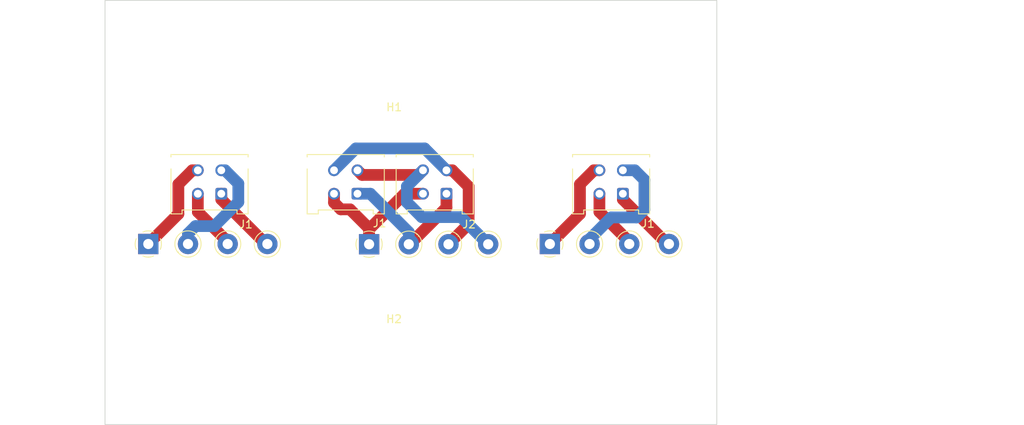
<source format=kicad_pcb>
(kicad_pcb (version 20211014) (generator pcbnew)
  (layers (0 "F.Cu" signal) (31 "B.Cu" signal) (34 "B.Paste" user) (35 "F.Paste" user) (36 "B.SilkS" user "B.Silkscreen") (37 "F.SilkS" user "F.Silkscreen") (38 "B.Mask" user) (39 "F.Mask" user) (44 "Edge.Cuts" user))
  (net 0 "")
  (net 1 "c1")
  (net 2 "b1")
  (net 3 "b2")
  (net 4 "b3")
  (net 5 "b4")
  (net 6 "a1")
  (net 7 "a2")
  (net 8 "a3")
  (net 9 "a4")
  (net 10 "c4")
  (net 11 "c3")
  (net 12 "c2")
  (footprint "Connector_Molex:Molex_Micro-Fit_3.0_43045-0412_2x02_P3.00mm_Vertical" (layer "F.Cu") (at 140.21 88.654339 180)
    (fp_text reference "J2" (at -2.9 -3.925661) (layer "F.SilkS"))
    (fp_text value "Molex_Micro-Fit_3.0_43045-0412_2x02_P3.00mm_Vertical")
    (fp_line (start 6.435 5.01) (end 6.435 4.7) (layer "F.SilkS") (width 0.12))
    (fp_line (start -2.015 -2.08) (end 5.015 -2.08) (layer "F.SilkS") (width 0.12))
    (fp_line (start -3.435 -2.58) (end -2.015 -2.58) (layer "F.SilkS") (width 0.12))
    (fp_line (start -2.015 -2.58) (end -2.015 -2.08) (layer "F.SilkS") (width 0.12))
    (fp_line (start -3.435 3.18) (end -3.435 -2.58) (layer "F.SilkS") (width 0.12))
    (fp_line (start 5.015 -2.08) (end 5.015 -2.58) (layer "F.SilkS") (width 0.12))
    (fp_line (start 5.015 -2.58) (end 6.435 -2.58) (layer "F.SilkS") (width 0.12))
    (fp_line (start -3.435 5.01) (end 6.435 5.01) (layer "F.SilkS") (width 0.12))
    (fp_line (start -3.435 4.7) (end -3.435 5.01) (layer "F.SilkS") (width 0.12))
    (fp_line (start 6.435 -2.58) (end 6.435 3.18) (layer "F.SilkS") (width 0.12))
    (pad "" np_thru_hole circle (at 6 3.94 180) (size 1 1) (drill 1) (layers F&B.Cu *.Mask))
    (pad "" np_thru_hole circle (at -3 3.94 180) (size 1 1) (drill 1) (layers F&B.Cu *.Mask))
    (pad "1" thru_hole roundrect (at 0 0 180) (size 1.5 1.5) (drill 1) (layers *.Cu *.Mask) (roundrect_rratio 0.1666673333) (net 3 "b2"))
    (pad "2" thru_hole circle (at 3 0 180) (size 1.5 1.5) (drill 1) (layers *.Cu *.Mask) (net 2 "b1"))
    (pad "3" thru_hole circle (at 0 3 180) (size 1.5 1.5) (drill 1) (layers *.Cu *.Mask) (net 4 "b3"))
    (pad "4" thru_hole circle (at 3 3 180) (size 1.5 1.5) (drill 1) (layers *.Cu *.Mask) (net 5 "b4"))
  )
  (footprint "Connector_Molex:Molex_Micro-Fit_3.0_43045-0412_2x02_P3.00mm_Vertical" (layer "F.Cu") (at 162.789339 88.654339 180)
    (fp_text reference "J1" (at -3.210661 -3.835661) (layer "F.SilkS"))
    (fp_text value "Molex_Micro-Fit_3.0_43045-0412_2x02_P3.00mm_Vertical")
    (fp_line (start -2.015 -2.58) (end -2.015 -2.08) (layer "F.SilkS") (width 0.12))
    (fp_line (start 5.015 -2.58) (end 6.435 -2.58) (layer "F.SilkS") (width 0.12))
    (fp_line (start -3.435 4.7) (end -3.435 5.01) (layer "F.SilkS") (width 0.12))
    (fp_line (start -3.435 3.18) (end -3.435 -2.58) (layer "F.SilkS") (width 0.12))
    (fp_line (start 6.435 -2.58) (end 6.435 3.18) (layer "F.SilkS") (width 0.12))
    (fp_line (start -3.435 -2.58) (end -2.015 -2.58) (layer "F.SilkS") (width 0.12))
    (fp_line (start 6.435 5.01) (end 6.435 4.7) (layer "F.SilkS") (width 0.12))
    (fp_line (start -2.015 -2.08) (end 5.015 -2.08) (layer "F.SilkS") (width 0.12))
    (fp_line (start 5.015 -2.08) (end 5.015 -2.58) (layer "F.SilkS") (width 0.12))
    (fp_line (start -3.435 5.01) (end 6.435 5.01) (layer "F.SilkS") (width 0.12))
    (pad "" np_thru_hole circle (at -3 3.94 180) (size 1 1) (drill 1) (layers F&B.Cu *.Mask))
    (pad "" np_thru_hole circle (at 6 3.94 180) (size 1 1) (drill 1) (layers F&B.Cu *.Mask))
    (pad "1" thru_hole roundrect (at 0 0 180) (size 1.5 1.5) (drill 1) (layers *.Cu *.Mask) (roundrect_rratio 0.1666673333) (net 1 "c1"))
    (pad "2" thru_hole circle (at 3 0 180) (size 1.5 1.5) (drill 1) (layers *.Cu *.Mask) (net 12 "c2"))
    (pad "3" thru_hole circle (at 0 3 180) (size 1.5 1.5) (drill 1) (layers *.Cu *.Mask) (net 11 "c3"))
    (pad "4" thru_hole circle (at 3 3 180) (size 1.5 1.5) (drill 1) (layers *.Cu *.Mask) (net 10 "c4"))
  )
  (footprint "TerminalBlock_Phoenix:TerminalBlock_Phoenix_MKDS-1,5-4-5.08_1x04_P5.08mm_Horizontal" (layer "F.Cu") (at 153.449339 95.089339)
    (fp_text reference "J1" hide)
    (fp_text value "TerminalBlock_Phoenix_MKDS-1,5-4-5.08_1x04_P5.08mm_Horizontal")
    (fp_line (start 8.933 1.023) (end 8.886 1.069) (layer "F.SilkS") (width 0.12))
    (fp_line (start 6.15 -1.275) (end 6.115 -1.239) (layer "F.SilkS") (width 0.12))
    (fp_line (start 6.355 -1.069) (end 6.308 -1.023) (layer "F.SilkS") (width 0.12))
    (fp_line (start 14.206 1.239) (end 14.171 1.274) (layer "F.SilkS") (width 0.12))
    (fp_line (start 4.046 1.239) (end 4.011 1.274) (layer "F.SilkS") (width 0.12))
    (fp_line (start 16.31 -1.275) (end 16.275 -1.239) (layer "F.SilkS") (width 0.12))
    (fp_line (start 16.515 -1.069) (end 16.468 -1.023) (layer "F.SilkS") (width 0.12))
    (fp_line (start 9.126 1.239) (end 9.091 1.274) (layer "F.SilkS") (width 0.12))
    (fp_line (start 14.013 1.023) (end 13.966 1.069) (layer "F.SilkS") (width 0.12))
    (fp_line (start 11.435 -1.069) (end 11.388 -1.023) (layer "F.SilkS") (width 0.12))
    (fp_line (start 11.23 -1.275) (end 11.195 -1.239) (layer "F.SilkS") (width 0.12))
    (fp_line (start 3.853 1.023) (end 3.806 1.069) (layer "F.SilkS") (width 0.12))
    (fp_arc (start -0.683042 -1.535427) (mid 0.000524 -1.680501) (end 0.684 -1.535) (layer "F.SilkS") (width 0.12))
    (fp_arc (start -1.535427 0.683042) (mid -1.680501 -0.000524) (end -1.535 -0.684) (layer "F.SilkS") (width 0.12))
    (fp_arc (start 1.535427 -0.683042) (mid 1.680501 0.000524) (end 1.535 0.684) (layer "F.SilkS") (width 0.12))
    (fp_arc (start 0.028805 1.680253) (mid -0.335551 1.646659) (end -0.684 1.535) (layer "F.SilkS") (width 0.12))
    (fp_arc (start 0.683318 1.534756) (mid 0.349292 1.643288) (end 0 1.68) (layer "F.SilkS") (width 0.12))
    (fp_circle (center 15.24 0) (end 16.92 0) (layer "F.SilkS") (width 0.12) (fill none))
    (fp_circle (center 10.16 0) (end 11.84 0) (layer "F.SilkS") (width 0.12) (fill none))
    (fp_circle (center 5.08 0) (end 6.76 0) (layer "F.SilkS") (width 0.12) (fill none))
    (pad "1" thru_hole rect (at 0 0) (size 2.6 2.6) (drill 1.3) (layers *.Cu *.Mask) (net 10 "c4"))
    (pad "2" thru_hole circle (at 5.08 0) (size 2.6 2.6) (drill 1.3) (layers *.Cu *.Mask) (net 11 "c3"))
    (pad "3" thru_hole circle (at 10.16 0) (size 2.6 2.6) (drill 1.3) (layers *.Cu *.Mask) (net 12 "c2"))
    (pad "4" thru_hole circle (at 15.24 0) (size 2.6 2.6) (drill 1.3) (layers *.Cu *.Mask) (net 1 "c1"))
  )
  (footprint "TerminalBlock_Phoenix:TerminalBlock_Phoenix_MKDS-1,5-4-5.08_1x04_P5.08mm_Horizontal" (layer "F.Cu") (at 102.049339 95.089339)
    (fp_text reference "J1" hide)
    (fp_text value "TerminalBlock_Phoenix_MKDS-1,5-4-5.08_1x04_P5.08mm_Horizontal")
    (fp_line (start 14.206 1.239) (end 14.171 1.274) (layer "F.SilkS") (width 0.12))
    (fp_line (start 16.515 -1.069) (end 16.468 -1.023) (layer "F.SilkS") (width 0.12))
    (fp_line (start 14.013 1.023) (end 13.966 1.069) (layer "F.SilkS") (width 0.12))
    (fp_line (start 16.31 -1.275) (end 16.275 -1.239) (layer "F.SilkS") (width 0.12))
    (fp_line (start 11.23 -1.275) (end 11.195 -1.239) (layer "F.SilkS") (width 0.12))
    (fp_line (start 6.355 -1.069) (end 6.308 -1.023) (layer "F.SilkS") (width 0.12))
    (fp_line (start 3.853 1.023) (end 3.806 1.069) (layer "F.SilkS") (width 0.12))
    (fp_line (start 6.15 -1.275) (end 6.115 -1.239) (layer "F.SilkS") (width 0.12))
    (fp_line (start 4.046 1.239) (end 4.011 1.274) (layer "F.SilkS") (width 0.12))
    (fp_line (start 11.435 -1.069) (end 11.388 -1.023) (layer "F.SilkS") (width 0.12))
    (fp_line (start 9.126 1.239) (end 9.091 1.274) (layer "F.SilkS") (width 0.12))
    (fp_line (start 8.933 1.023) (end 8.886 1.069) (layer "F.SilkS") (width 0.12))
    (fp_arc (start -1.535427 0.683042) (mid -1.680501 -0.000524) (end -1.535 -0.684) (layer "F.SilkS") (width 0.12))
    (fp_arc (start 0.028805 1.680253) (mid -0.335551 1.646659) (end -0.684 1.535) (layer "F.SilkS") (width 0.12))
    (fp_arc (start -0.683042 -1.535427) (mid 0.000524 -1.680501) (end 0.684 -1.535) (layer "F.SilkS") (width 0.12))
    (fp_arc (start 1.535427 -0.683042) (mid 1.680501 0.000524) (end 1.535 0.684) (layer "F.SilkS") (width 0.12))
    (fp_arc (start 0.683318 1.534756) (mid 0.349292 1.643288) (end 0 1.68) (layer "F.SilkS") (width 0.12))
    (fp_circle (center 15.24 0) (end 16.92 0) (layer "F.SilkS") (width 0.12) (fill none))
    (fp_circle (center 10.16 0) (end 11.84 0) (layer "F.SilkS") (width 0.12) (fill none))
    (fp_circle (center 5.08 0) (end 6.76 0) (layer "F.SilkS") (width 0.12) (fill none))
    (pad "1" thru_hole rect (at 0 0) (size 2.6 2.6) (drill 1.3) (layers *.Cu *.Mask) (net 9 "a4"))
    (pad "2" thru_hole circle (at 5.08 0) (size 2.6 2.6) (drill 1.3) (layers *.Cu *.Mask) (net 8 "a3"))
    (pad "3" thru_hole circle (at 10.16 0) (size 2.6 2.6) (drill 1.3) (layers *.Cu *.Mask) (net 7 "a2"))
    (pad "4" thru_hole circle (at 15.24 0) (size 2.6 2.6) (drill 1.3) (layers *.Cu *.Mask) (net 6 "a1"))
  )
  (footprint "MountingHole:MountingHole_5mm" (layer "F.Cu") (at 133.5 71)
    (fp_text reference "H1" (at 0.01 6.58) (layer "F.SilkS"))
    (fp_text value "MountingHole_5mm")
    (pad "" np_thru_hole circle (at 0 0) (size 5 5) (drill 5) (layers F&B.Cu *.Mask))
  )
  (footprint "Connector_Molex:Molex_Micro-Fit_3.0_43045-0412_2x02_P3.00mm_Vertical" (layer "F.Cu") (at 128.82 88.654339 180)
    (fp_text reference "J1" (at -2.83 -3.785661) (layer "F.SilkS"))
    (fp_text value "Molex_Micro-Fit_3.0_43045-0412_2x02_P3.00mm_Vertical")
    (fp_line (start -3.435 3.18) (end -3.435 -2.58) (layer "F.SilkS") (width 0.12))
    (fp_line (start 5.015 -2.58) (end 6.435 -2.58) (layer "F.SilkS") (width 0.12))
    (fp_line (start -2.015 -2.58) (end -2.015 -2.08) (layer "F.SilkS") (width 0.12))
    (fp_line (start 6.435 5.01) (end 6.435 4.7) (layer "F.SilkS") (width 0.12))
    (fp_line (start -3.435 4.7) (end -3.435 5.01) (layer "F.SilkS") (width 0.12))
    (fp_line (start -2.015 -2.08) (end 5.015 -2.08) (layer "F.SilkS") (width 0.12))
    (fp_line (start 5.015 -2.08) (end 5.015 -2.58) (layer "F.SilkS") (width 0.12))
    (fp_line (start -3.435 5.01) (end 6.435 5.01) (layer "F.SilkS") (width 0.12))
    (fp_line (start 6.435 -2.58) (end 6.435 3.18) (layer "F.SilkS") (width 0.12))
    (fp_line (start -3.435 -2.58) (end -2.015 -2.58) (layer "F.SilkS") (width 0.12))
    (pad "" np_thru_hole circle (at -3 3.94 180) (size 1 1) (drill 1) (layers F&B.Cu *.Mask))
    (pad "" np_thru_hole circle (at 6 3.94 180) (size 1 1) (drill 1) (layers F&B.Cu *.Mask))
    (pad "1" thru_hole roundrect (at 0 0 180) (size 1.5 1.5) (drill 1) (layers *.Cu *.Mask) (roundrect_rratio 0.1666673333) (net 3 "b2"))
    (pad "2" thru_hole circle (at 3 0 180) (size 1.5 1.5) (drill 1) (layers *.Cu *.Mask) (net 2 "b1"))
    (pad "3" thru_hole circle (at 0 3 180) (size 1.5 1.5) (drill 1) (layers *.Cu *.Mask) (net 5 "b4"))
    (pad "4" thru_hole circle (at 3 3 180) (size 1.5 1.5) (drill 1) (layers *.Cu *.Mask) (net 4 "b3"))
  )
  (footprint "TerminalBlock_Phoenix:TerminalBlock_Phoenix_MKDS-1,5-4-5.08_1x04_P5.08mm_Horizontal" (layer "F.Cu") (at 130.31 95.119338)
    (fp_text reference "J1" hide)
    (fp_text value "TerminalBlock_Phoenix_MKDS-1,5-4-5.08_1x04_P5.08mm_Horizontal")
    (fp_line (start 16.31 -1.275) (end 16.275 -1.239) (layer "F.SilkS") (width 0.12))
    (fp_line (start 9.126 1.239) (end 9.091 1.274) (layer "F.SilkS") (width 0.12))
    (fp_line (start 3.853 1.023) (end 3.806 1.069) (layer "F.SilkS") (width 0.12))
    (fp_line (start 6.355 -1.069) (end 6.308 -1.023) (layer "F.SilkS") (width 0.12))
    (fp_line (start 4.046 1.239) (end 4.011 1.274) (layer "F.SilkS") (width 0.12))
    (fp_line (start 16.515 -1.069) (end 16.468 -1.023) (layer "F.SilkS") (width 0.12))
    (fp_line (start 6.15 -1.275) (end 6.115 -1.239) (layer "F.SilkS") (width 0.12))
    (fp_line (start 8.933 1.023) (end 8.886 1.069) (layer "F.SilkS") (width 0.12))
    (fp_line (start 14.013 1.023) (end 13.966 1.069) (layer "F.SilkS") (width 0.12))
    (fp_line (start 14.206 1.239) (end 14.171 1.274) (layer "F.SilkS") (width 0.12))
    (fp_line (start 11.435 -1.069) (end 11.388 -1.023) (layer "F.SilkS") (width 0.12))
    (fp_line (start 11.23 -1.275) (end 11.195 -1.239) (layer "F.SilkS") (width 0.12))
    (fp_arc (start 1.535427 -0.683042) (mid 1.680501 0.000524) (end 1.535 0.684) (layer "F.SilkS") (width 0.12))
    (fp_arc (start -1.535427 0.683042) (mid -1.680501 -0.000524) (end -1.535 -0.684) (layer "F.SilkS") (width 0.12))
    (fp_arc (start -0.683042 -1.535427) (mid 0.000524 -1.680501) (end 0.684 -1.535) (layer "F.SilkS") (width 0.12))
    (fp_arc (start 0.028805 1.680253) (mid -0.335551 1.646659) (end -0.684 1.535) (layer "F.SilkS") (width 0.12))
    (fp_arc (start 0.683318 1.534756) (mid 0.349292 1.643288) (end 0 1.68) (layer "F.SilkS") (width 0.12))
    (fp_circle (center 5.08 0) (end 6.76 0) (layer "F.SilkS") (width 0.12) (fill none))
    (fp_circle (center 15.24 0) (end 16.92 0) (layer "F.SilkS") (width 0.12) (fill none))
    (fp_circle (center 10.16 0) (end 11.84 0) (layer "F.SilkS") (width 0.12) (fill none))
    (pad "1" thru_hole rect (at 0 0) (size 2.6 2.6) (drill 1.3) (layers *.Cu *.Mask) (net 2 "b1"))
    (pad "2" thru_hole circle (at 5.08 0) (size 2.6 2.6) (drill 1.3) (layers *.Cu *.Mask) (net 3 "b2"))
    (pad "3" thru_hole circle (at 10.16 0) (size 2.6 2.6) (drill 1.3) (layers *.Cu *.Mask) (net 4 "b3"))
    (pad "4" thru_hole circle (at 15.24 0) (size 2.6 2.6) (drill 1.3) (layers *.Cu *.Mask) (net 5 "b4"))
  )
  (footprint "MountingHole:MountingHole_5mm" (layer "F.Cu") (at 133.5 111)
    (fp_text reference "H2" (at 0 -6.3) (layer "F.SilkS"))
    (fp_text value "MountingHole_5mm")
    (pad "" np_thru_hole circle (at 0 0) (size 5 5) (drill 5) (layers *.Cu *.Mask))
  )
  (footprint "Connector_Molex:Molex_Micro-Fit_3.0_43045-0412_2x02_P3.00mm_Vertical" (layer "F.Cu") (at 111.389339 88.654339 180)
    (fp_text reference "J1" (at -3.150661 -3.925661) (layer "F.SilkS"))
    (fp_text value "Molex_Micro-Fit_3.0_43045-0412_2x02_P3.00mm_Vertical")
    (fp_line (start 6.435 5.01) (end 6.435 4.7) (layer "F.SilkS") (width 0.12))
    (fp_line (start 6.435 -2.58) (end 6.435 3.18) (layer "F.SilkS") (width 0.12))
    (fp_line (start -3.435 -2.58) (end -2.015 -2.58) (layer "F.SilkS") (width 0.12))
    (fp_line (start -2.015 -2.58) (end -2.015 -2.08) (layer "F.SilkS") (width 0.12))
    (fp_line (start -3.435 3.18) (end -3.435 -2.58) (layer "F.SilkS") (width 0.12))
    (fp_line (start 5.015 -2.58) (end 6.435 -2.58) (layer "F.SilkS") (width 0.12))
    (fp_line (start -2.015 -2.08) (end 5.015 -2.08) (layer "F.SilkS") (width 0.12))
    (fp_line (start -3.435 4.7) (end -3.435 5.01) (layer "F.SilkS") (width 0.12))
    (fp_line (start -3.435 5.01) (end 6.435 5.01) (layer "F.SilkS") (width 0.12))
    (fp_line (start 5.015 -2.08) (end 5.015 -2.58) (layer "F.SilkS") (width 0.12))
    (pad "" np_thru_hole circle (at -3 3.94 180) (size 1 1) (drill 1) (layers *.Cu *.Mask))
    (pad "" np_thru_hole circle (at 6 3.94 180) (size 1 1) (drill 1) (layers *.Cu *.Mask))
    (pad "1" thru_hole roundrect (at 0 0 180) (size 1.5 1.5) (drill 1) (layers *.Cu *.Mask) (roundrect_rratio 0.1666673333) (net 6 "a1"))
    (pad "2" thru_hole circle (at 3 0 180) (size 1.5 1.5) (drill 1) (layers *.Cu *.Mask) (net 7 "a2"))
    (pad "3" thru_hole circle (at 0 3 180) (size 1.5 1.5) (drill 1) (layers *.Cu *.Mask) (net 8 "a3"))
    (pad "4" thru_hole circle (at 3 3 180) (size 1.5 1.5) (drill 1) (layers *.Cu *.Mask) (net 9 "a4"))
  )
  (gr_rect (start 96.51 63.91) (end 174.81 118.2) (layer "Edge.Cuts") (width 0.1) (fill none))
  (segment (start 168.499339 95.089339) (end 162.789339 89.379339) (width 1.5) (layer "F.Cu") (net 1))
  (segment (start 168.689339 95.089339) (end 168.499339 95.089339) (width 1.5) (layer "F.Cu") (net 1))
  (segment (start 162.789339 89.379339) (end 162.789339 88.654339) (width 1.5) (layer "F.Cu") (net 1))
  (segment (start 130.31 93.1) (end 127.864339 90.654339) (width 1.5) (layer "F.Cu") (net 2))
  (segment (start 130.31 95.119338) (end 130.31 93.2) (width 1.5) (layer "F.Cu") (net 2))
  (segment (start 127.864339 90.654339) (end 126.684339 90.654339) (width 1.5) (layer "F.Cu") (net 2))
  (segment (start 130.31 95.119338) (end 130.31 93.1) (width 1.5) (layer "F.Cu") (net 2))
  (segment (start 134.855661 88.654339) (end 137.21 88.654339) (width 1.5) (layer "F.Cu") (net 2))
  (segment (start 125.82 89.79) (end 125.82 88.654339) (width 1.5) (layer "F.Cu") (net 2))
  (segment (start 130.31 93.2) (end 134.855661 88.654339) (width 1.5) (layer "F.Cu") (net 2))
  (segment (start 126.684339 90.654339) (end 125.82 89.79) (width 1.5) (layer "F.Cu") (net 2))
  (segment (start 135.39 95.119338) (end 135.520001 95.119338) (width 1.5) (layer "F.Cu") (net 3))
  (segment (start 140.21 90.429339) (end 140.21 88.654339) (width 1.5) (layer "F.Cu") (net 3))
  (segment (start 135.520001 95.119338) (end 140.21 90.429339) (width 1.5) (layer "F.Cu") (net 3))
  (segment (start 135.39 93.579339) (end 130.465 88.654339) (width 1.5) (layer "B.Cu") (net 3))
  (segment (start 130.465 88.654339) (end 128.82 88.654339) (width 1.5) (layer "B.Cu") (net 3))
  (segment (start 135.39 95.119338) (end 135.39 93.579339) (width 1.5) (layer "B.Cu") (net 3))
  (segment (start 140.21 85.654339) (end 140.954339 85.654339) (width 1.5) (layer "F.Cu") (net 4))
  (segment (start 143.05 87.75) (end 143.05 92.539338) (width 1.5) (layer "F.Cu") (net 4))
  (segment (start 143.05 92.539338) (end 140.47 95.119338) (width 1.5) (layer "F.Cu") (net 4))
  (segment (start 140.954339 85.654339) (end 143.05 87.75) (width 1.5) (layer "F.Cu") (net 4))
  (segment (start 140.21 85.654339) (end 137.415661 82.86) (width 1.5) (layer "B.Cu") (net 4))
  (segment (start 137.415661 82.86) (end 128.614339 82.86) (width 1.5) (layer "B.Cu") (net 4))
  (segment (start 128.614339 82.86) (end 125.82 85.654339) (width 1.5) (layer "B.Cu") (net 4))
  (segment (start 128.82 85.654339) (end 129.415661 86.25) (width 1.5) (layer "F.Cu") (net 5))
  (segment (start 129.415661 86.25) (end 136.614339 86.25) (width 1.5) (layer "F.Cu") (net 5))
  (segment (start 136.614339 86.25) (end 137.21 85.654339) (width 1.5) (layer "F.Cu") (net 5))
  (segment (start 137.05 91.65) (end 135.15 89.75) (width 1.5) (layer "B.Cu") (net 5))
  (segment (start 135.15 87.714339) (end 137.21 85.654339) (width 1.5) (layer "B.Cu") (net 5))
  (segment (start 135.15 89.75) (end 135.15 87.714339) (width 1.5) (layer "B.Cu") (net 5))
  (segment (start 142.080662 91.65) (end 137.05 91.65) (width 1.5) (layer "B.Cu") (net 5))
  (segment (start 145.55 95.119338) (end 142.080662 91.65) (width 1.5) (layer "B.Cu") (net 5))
  (segment (start 117.099339 95.089339) (end 111.389339 89.379339) (width 1.5) (layer "F.Cu") (net 6))
  (segment (start 117.289339 95.089339) (end 117.099339 95.089339) (width 1.5) (layer "F.Cu") (net 6))
  (segment (start 111.389339 89.379339) (end 111.389339 88.654339) (width 1.5) (layer "F.Cu") (net 6))
  (segment (start 112.209339 95.089339) (end 112.209339 94.799339) (width 1.5) (layer "F.Cu") (net 7))
  (segment (start 112.209339 94.799339) (end 108.389339 90.979339) (width 1.5) (layer "F.Cu") (net 7))
  (segment (start 108.389339 90.979339) (end 108.389339 88.654339) (width 1.5) (layer "F.Cu") (net 7))
  (segment (start 108.09 92.8) (end 110.5 92.8) (width 1.5) (layer "B.Cu") (net 8))
  (segment (start 111.874339 85.654339) (end 111.389339 85.654339) (width 1.5) (layer "B.Cu") (net 8))
  (segment (start 107.129339 93.760661) (end 108.09 92.8) (width 1.5) (layer "B.Cu") (net 8))
  (segment (start 113.57 87.35) (end 111.874339 85.654339) (width 1.5) (layer "B.Cu") (net 8))
  (segment (start 107.129339 95.089339) (end 107.129339 93.760661) (width 1.5) (layer "B.Cu") (net 8))
  (segment (start 110.5 92.8) (end 113.57 89.73) (width 1.5) (layer "B.Cu") (net 8))
  (segment (start 113.57 89.73) (end 113.57 87.35) (width 1.5) (layer "B.Cu") (net 8))
  (segment (start 105.899339 87.439339) (end 107.684339 85.654339) (width 1.5) (layer "F.Cu") (net 9))
  (segment (start 105.899339 91.239339) (end 105.899339 87.439339) (width 1.5) (layer "F.Cu") (net 9))
  (segment (start 107.684339 85.654339) (end 108.389339 85.654339) (width 1.5) (layer "F.Cu") (net 9))
  (segment (start 102.049339 95.089339) (end 105.899339 91.239339) (width 1.5) (layer "F.Cu") (net 9))
  (segment (start 157.299339 91.239339) (end 157.299339 87.439339) (width 1.5) (layer "F.Cu") (net 10))
  (segment (start 153.449339 95.089339) (end 157.299339 91.239339) (width 1.5) (layer "F.Cu") (net 10))
  (segment (start 159.084339 85.654339) (end 159.789339 85.654339) (width 1.5) (layer "F.Cu") (net 10))
  (segment (start 157.299339 87.439339) (end 159.084339 85.654339) (width 1.5) (layer "F.Cu") (net 10))
  (segment (start 164.314339 85.654339) (end 162.789339 85.654339) (width 1.5) (layer "B.Cu") (net 11))
  (segment (start 158.529339 95.089339) (end 158.529339 94.459339) (width 1.5) (layer "B.Cu") (net 11))
  (segment (start 164.549339 91.689339) (end 165.549339 90.689339) (width 1.5) (layer "B.Cu") (net 11))
  (segment (start 161.299339 91.689339) (end 164.549339 91.689339) (width 1.5) (layer "B.Cu") (net 11))
  (segment (start 158.529339 94.459339) (end 161.299339 91.689339) (width 1.5) (layer "B.Cu") (net 11))
  (segment (start 165.549339 90.689339) (end 165.549339 86.889339) (width 1.5) (layer "B.Cu") (net 11))
  (segment (start 165.549339 86.889339) (end 164.314339 85.654339) (width 1.5) (layer "B.Cu") (net 11))
  (segment (start 159.789339 90.979339) (end 159.789339 88.654339) (width 1.5) (layer "F.Cu") (net 12))
  (segment (start 163.609339 95.089339) (end 163.609339 94.799339) (width 1.5) (layer "F.Cu") (net 12))
  (segment (start 163.609339 94.799339) (end 159.789339 90.979339) (width 1.5) (layer "F.Cu") (net 12))
)
</source>
